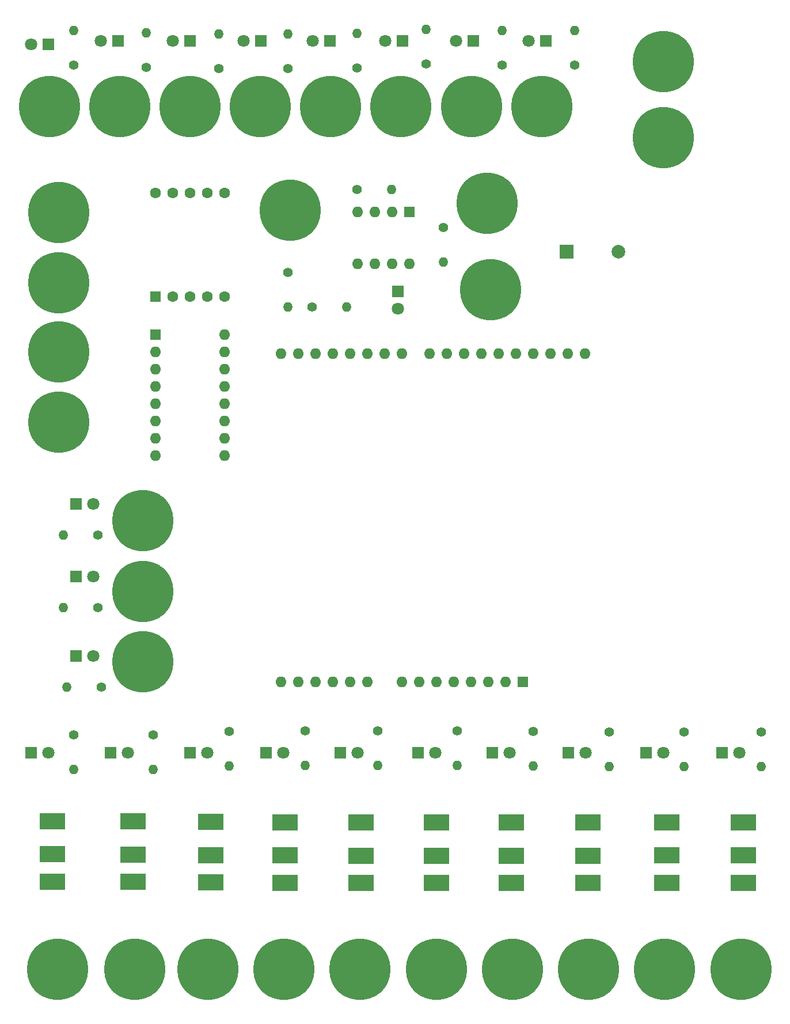
<source format=gbr>
%TF.GenerationSoftware,KiCad,Pcbnew,7.0.6*%
%TF.CreationDate,2023-07-20T19:54:13+05:30*%
%TF.ProjectId,trainer kit arduino proto,74726169-6e65-4722-906b-697420617264,rev?*%
%TF.SameCoordinates,Original*%
%TF.FileFunction,Soldermask,Bot*%
%TF.FilePolarity,Negative*%
%FSLAX46Y46*%
G04 Gerber Fmt 4.6, Leading zero omitted, Abs format (unit mm)*
G04 Created by KiCad (PCBNEW 7.0.6) date 2023-07-20 19:54:13*
%MOMM*%
%LPD*%
G01*
G04 APERTURE LIST*
%ADD10R,3.750000X2.400000*%
%ADD11R,1.600000X1.600000*%
%ADD12O,1.600000X1.600000*%
%ADD13C,5.900000*%
%ADD14C,9.000000*%
%ADD15R,1.800000X1.800000*%
%ADD16C,1.800000*%
%ADD17C,1.400000*%
%ADD18O,1.400000X1.400000*%
%ADD19C,1.600000*%
%ADD20R,2.000000X2.000000*%
%ADD21C,2.000000*%
G04 APERTURE END LIST*
D10*
%TO.C,SW10*%
X106600000Y-118420000D03*
X106600000Y-123300000D03*
X106600000Y-127300000D03*
%TD*%
%TO.C,SW9*%
X95350000Y-118420000D03*
X95350000Y-123300000D03*
X95350000Y-127300000D03*
%TD*%
%TO.C,SW8*%
X83750000Y-127350000D03*
X83750000Y-123350000D03*
X83750000Y-118470000D03*
%TD*%
%TO.C,SW7*%
X72500000Y-127350000D03*
X72500000Y-123350000D03*
X72500000Y-118470000D03*
%TD*%
%TO.C,SW6*%
X61450000Y-118470000D03*
X61450000Y-123350000D03*
X61450000Y-127350000D03*
%TD*%
%TO.C,SW5*%
X50350000Y-118470000D03*
X50350000Y-123350000D03*
X50350000Y-127350000D03*
%TD*%
%TO.C,SW4*%
X39250000Y-118420000D03*
X39250000Y-123300000D03*
X39250000Y-127300000D03*
%TD*%
%TO.C,SW3*%
X28300000Y-118370000D03*
X28300000Y-123250000D03*
X28300000Y-127250000D03*
%TD*%
%TO.C,SW2*%
X16850000Y-127200000D03*
X16850000Y-123200000D03*
X16850000Y-118320000D03*
%TD*%
%TO.C,SW1*%
X5000000Y-118270000D03*
X5000000Y-123150000D03*
X5000000Y-127150000D03*
%TD*%
D11*
%TO.C,A1*%
X74151000Y-97790000D03*
D12*
X71611000Y-97790000D03*
X69071000Y-97790000D03*
X66531000Y-97790000D03*
X63991000Y-97790000D03*
X61451000Y-97790000D03*
X58911000Y-97790000D03*
X56371000Y-97790000D03*
X51291000Y-97790000D03*
X48751000Y-97790000D03*
X46211000Y-97790000D03*
X43671000Y-97790000D03*
X41131000Y-97790000D03*
X38591000Y-97790000D03*
X38591000Y-49530000D03*
X41131000Y-49530000D03*
X43671000Y-49530000D03*
X46211000Y-49530000D03*
X48751000Y-49530000D03*
X51291000Y-49530000D03*
X53831000Y-49530000D03*
X56371000Y-49530000D03*
X60431000Y-49530000D03*
X62971000Y-49530000D03*
X65511000Y-49530000D03*
X68051000Y-49530000D03*
X70591000Y-49530000D03*
X73131000Y-49530000D03*
X75671000Y-49530000D03*
X78211000Y-49530000D03*
X80751000Y-49530000D03*
X83291000Y-49530000D03*
%TD*%
D13*
%TO.C,BP2*%
X17150000Y-140000000D03*
D14*
X17150000Y-140000000D03*
%TD*%
D13*
%TO.C,BP24*%
X5952000Y-59626000D03*
D14*
X5952000Y-59626000D03*
%TD*%
D13*
%TO.C,BP5*%
X50244000Y-140000000D03*
D14*
X50244000Y-140000000D03*
%TD*%
D15*
%TO.C,D18*%
X25256000Y-3556000D03*
D16*
X22716000Y-3556000D03*
%TD*%
D17*
%TO.C,R5*%
X19850000Y-105600000D03*
D18*
X19850000Y-110680000D03*
%TD*%
D15*
%TO.C,D22*%
X66912000Y-3556000D03*
D16*
X64372000Y-3556000D03*
%TD*%
D13*
%TO.C,BP19*%
X66610000Y-13208000D03*
D14*
X66610000Y-13208000D03*
%TD*%
D15*
%TO.C,D12*%
X92312000Y-108204000D03*
D16*
X94852000Y-108204000D03*
%TD*%
D15*
%TO.C,D21*%
X56503000Y-3556000D03*
D16*
X53963000Y-3556000D03*
%TD*%
D13*
%TO.C,BP13*%
X4572000Y-13208000D03*
D14*
X4572000Y-13208000D03*
%TD*%
D11*
%TO.C,U4*%
X20176000Y-41148000D03*
D19*
X22716000Y-41148000D03*
X25256000Y-41148000D03*
X27796000Y-41148000D03*
X30336000Y-41148000D03*
X30336000Y-25908000D03*
X27796000Y-25908000D03*
X25256000Y-25908000D03*
X22716000Y-25908000D03*
X20176000Y-25908000D03*
%TD*%
D13*
%TO.C,BP22*%
X69452000Y-40132000D03*
D14*
X69452000Y-40132000D03*
%TD*%
D13*
%TO.C,BP14*%
X14922000Y-13208000D03*
D14*
X14922000Y-13208000D03*
%TD*%
D13*
%TO.C,BP1*%
X5750000Y-140000000D03*
D14*
X5750000Y-140000000D03*
%TD*%
D17*
%TO.C,R13*%
X109220000Y-105156000D03*
D18*
X109220000Y-110236000D03*
%TD*%
D13*
%TO.C,BP21*%
X68944000Y-27432000D03*
D14*
X68944000Y-27432000D03*
%TD*%
D15*
%TO.C,D16*%
X4428000Y-4064000D03*
D16*
X1888000Y-4064000D03*
%TD*%
D17*
%TO.C,R9*%
X64516000Y-104949000D03*
D18*
X64516000Y-110029000D03*
%TD*%
D13*
%TO.C,BP4*%
X39044000Y-140000000D03*
D14*
X39044000Y-140000000D03*
%TD*%
D17*
%TO.C,R6*%
X30988000Y-105052500D03*
D18*
X30988000Y-110132500D03*
%TD*%
D15*
%TO.C,D23*%
X77580000Y-3556000D03*
D16*
X75040000Y-3556000D03*
%TD*%
D17*
%TO.C,R17*%
X18796000Y-7413000D03*
D18*
X18796000Y-2333000D03*
%TD*%
D17*
%TO.C,R8*%
X52832000Y-104949000D03*
D18*
X52832000Y-110029000D03*
%TD*%
D15*
%TO.C,D3*%
X8492000Y-93980000D03*
D16*
X11032000Y-93980000D03*
%TD*%
D15*
%TO.C,D8*%
X47349000Y-108204000D03*
D16*
X49889000Y-108204000D03*
%TD*%
D15*
%TO.C,D25*%
X55804000Y-40412000D03*
D16*
X55804000Y-42952000D03*
%TD*%
D17*
%TO.C,R7*%
X42164000Y-104949000D03*
D18*
X42164000Y-110029000D03*
%TD*%
D13*
%TO.C,BP26*%
X5952000Y-39116000D03*
D14*
X5952000Y-39116000D03*
%TD*%
D15*
%TO.C,D19*%
X35675000Y-3556000D03*
D16*
X33135000Y-3556000D03*
%TD*%
D13*
%TO.C,BP3*%
X27900000Y-140000000D03*
D14*
X27900000Y-140000000D03*
%TD*%
D13*
%TO.C,BP29*%
X18335000Y-84477000D03*
D14*
X18335000Y-84477000D03*
%TD*%
D17*
%TO.C,R24*%
X62484000Y-30988000D03*
D18*
X62484000Y-36068000D03*
%TD*%
D15*
%TO.C,D10*%
X69701000Y-108204000D03*
D16*
X72241000Y-108204000D03*
%TD*%
D13*
%TO.C,BP28*%
X18335000Y-74127000D03*
D14*
X18335000Y-74127000D03*
%TD*%
D11*
%TO.C,U2*%
X57504000Y-28712000D03*
D12*
X54964000Y-28712000D03*
X52424000Y-28712000D03*
X49884000Y-28712000D03*
X49884000Y-36332000D03*
X52424000Y-36332000D03*
X54964000Y-36332000D03*
X57504000Y-36332000D03*
%TD*%
D17*
%TO.C,R14*%
X39624000Y-37592000D03*
D18*
X39624000Y-42672000D03*
%TD*%
D13*
%TO.C,BP9*%
X95044000Y-140000000D03*
D14*
X95044000Y-140000000D03*
%TD*%
D13*
%TO.C,BP16*%
X35560000Y-13208000D03*
D14*
X35560000Y-13208000D03*
%TD*%
D17*
%TO.C,R26*%
X43180000Y-42672000D03*
D18*
X48260000Y-42672000D03*
%TD*%
D17*
%TO.C,R10*%
X75692000Y-105052500D03*
D18*
X75692000Y-110132500D03*
%TD*%
D13*
%TO.C,BP11*%
X94852000Y-6604000D03*
D14*
X94852000Y-6604000D03*
%TD*%
D15*
%TO.C,D9*%
X58784000Y-108204000D03*
D16*
X61324000Y-108204000D03*
%TD*%
D13*
%TO.C,BP23*%
X39988000Y-28448000D03*
D14*
X39988000Y-28448000D03*
%TD*%
D13*
%TO.C,BP8*%
X83844000Y-140000000D03*
D14*
X83844000Y-140000000D03*
%TD*%
D17*
%TO.C,R3*%
X12192000Y-98552000D03*
D18*
X7112000Y-98552000D03*
%TD*%
D17*
%TO.C,R21*%
X59944000Y-6905000D03*
D18*
X59944000Y-1825000D03*
%TD*%
D15*
%TO.C,D1*%
X8492000Y-71628000D03*
D16*
X11032000Y-71628000D03*
%TD*%
D17*
%TO.C,R2*%
X11684000Y-86868000D03*
D18*
X6604000Y-86868000D03*
%TD*%
D17*
%TO.C,R19*%
X39624000Y-7620000D03*
D18*
X39624000Y-2540000D03*
%TD*%
D15*
%TO.C,D7*%
X36432000Y-108204000D03*
D16*
X38972000Y-108204000D03*
%TD*%
D15*
%TO.C,D17*%
X14626000Y-3556000D03*
D16*
X12086000Y-3556000D03*
%TD*%
D13*
%TO.C,BP7*%
X72644000Y-140000000D03*
D14*
X72644000Y-140000000D03*
%TD*%
D13*
%TO.C,BP27*%
X5952000Y-28766000D03*
D14*
X5952000Y-28766000D03*
%TD*%
D15*
%TO.C,D6*%
X25256000Y-108204000D03*
D16*
X27796000Y-108204000D03*
%TD*%
D15*
%TO.C,D11*%
X80877000Y-108204000D03*
D16*
X83417000Y-108204000D03*
%TD*%
D17*
%TO.C,R23*%
X81788000Y-7112000D03*
D18*
X81788000Y-2032000D03*
%TD*%
D11*
%TO.C,U3*%
X20176000Y-46736000D03*
D12*
X20176000Y-49276000D03*
X20176000Y-51816000D03*
X20176000Y-54356000D03*
X20176000Y-56896000D03*
X20176000Y-59436000D03*
X20176000Y-61976000D03*
X20176000Y-64516000D03*
X30336000Y-64516000D03*
X30336000Y-61976000D03*
X30336000Y-59436000D03*
X30336000Y-56896000D03*
X30336000Y-54356000D03*
X30336000Y-51816000D03*
X30336000Y-49276000D03*
X30336000Y-46736000D03*
%TD*%
D16*
%TO.C,D13*%
X106028000Y-108204000D03*
D15*
X103488000Y-108204000D03*
%TD*%
D17*
%TO.C,R22*%
X71120000Y-7112000D03*
D18*
X71120000Y-2032000D03*
%TD*%
D17*
%TO.C,R4*%
X8128000Y-105560500D03*
D18*
X8128000Y-110640500D03*
%TD*%
D15*
%TO.C,D4*%
X1888000Y-108204000D03*
D16*
X4428000Y-108204000D03*
%TD*%
D17*
%TO.C,R11*%
X86868000Y-105156000D03*
D18*
X86868000Y-110236000D03*
%TD*%
D17*
%TO.C,R18*%
X29464000Y-7620000D03*
D18*
X29464000Y-2540000D03*
%TD*%
D17*
%TO.C,R25*%
X49784000Y-25400000D03*
D18*
X54864000Y-25400000D03*
%TD*%
D17*
%TO.C,R16*%
X8128000Y-7112000D03*
D18*
X8128000Y-2032000D03*
%TD*%
D15*
%TO.C,D5*%
X13572000Y-108204000D03*
D16*
X16112000Y-108204000D03*
%TD*%
D13*
%TO.C,BP18*%
X56260000Y-13208000D03*
D14*
X56260000Y-13208000D03*
%TD*%
D13*
%TO.C,BP12*%
X94852000Y-17780000D03*
D14*
X94852000Y-17780000D03*
%TD*%
D17*
%TO.C,R12*%
X97900000Y-105156000D03*
D18*
X97900000Y-110236000D03*
%TD*%
D13*
%TO.C,BP25*%
X5952000Y-49276000D03*
D14*
X5952000Y-49276000D03*
%TD*%
D20*
%TO.C,D24*%
X80648000Y-34544000D03*
D21*
X88248000Y-34544000D03*
%TD*%
D17*
%TO.C,R20*%
X49784000Y-7516500D03*
D18*
X49784000Y-2436500D03*
%TD*%
D17*
%TO.C,R1*%
X11684000Y-76200000D03*
D18*
X6604000Y-76200000D03*
%TD*%
D15*
%TO.C,D20*%
X45835000Y-3556000D03*
D16*
X43295000Y-3556000D03*
%TD*%
D13*
%TO.C,BP20*%
X76960000Y-13208000D03*
D14*
X76960000Y-13208000D03*
%TD*%
D15*
%TO.C,D2*%
X8492000Y-82296000D03*
D16*
X11032000Y-82296000D03*
%TD*%
D13*
%TO.C,BP10*%
X106244000Y-140000000D03*
D14*
X106244000Y-140000000D03*
%TD*%
D13*
%TO.C,BP17*%
X45910000Y-13208000D03*
D14*
X45910000Y-13208000D03*
%TD*%
D13*
%TO.C,BP30*%
X18335000Y-94827000D03*
D14*
X18335000Y-94827000D03*
%TD*%
D13*
%TO.C,BP6*%
X61444000Y-140000000D03*
D14*
X61444000Y-140000000D03*
%TD*%
D13*
%TO.C,BP15*%
X25272000Y-13208000D03*
D14*
X25272000Y-13208000D03*
%TD*%
M02*

</source>
